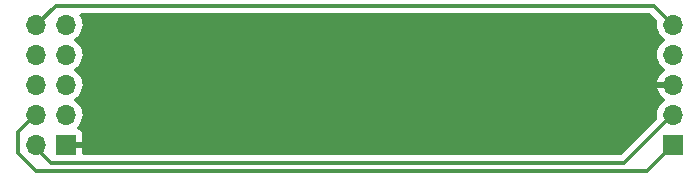
<source format=gbr>
%TF.GenerationSoftware,KiCad,Pcbnew,(6.0.6)*%
%TF.CreationDate,2022-09-07T20:40:28-07:00*%
%TF.ProjectId,SWD_to_v4WF_Cable,5357445f-746f-45f7-9634-57465f436162,rev?*%
%TF.SameCoordinates,Original*%
%TF.FileFunction,Copper,L1,Top*%
%TF.FilePolarity,Positive*%
%FSLAX46Y46*%
G04 Gerber Fmt 4.6, Leading zero omitted, Abs format (unit mm)*
G04 Created by KiCad (PCBNEW (6.0.6)) date 2022-09-07 20:40:28*
%MOMM*%
%LPD*%
G01*
G04 APERTURE LIST*
%TA.AperFunction,ComponentPad*%
%ADD10R,1.700000X1.700000*%
%TD*%
%TA.AperFunction,ComponentPad*%
%ADD11O,1.700000X1.700000*%
%TD*%
%TA.AperFunction,Conductor*%
%ADD12C,0.304800*%
%TD*%
G04 APERTURE END LIST*
D10*
%TO.P,J2,1,Pin_1*%
%TO.N,+1V8*%
X132250000Y-64425000D03*
D11*
%TO.P,J2,2,Pin_2*%
%TO.N,/SWDIO*%
X129710000Y-64425000D03*
%TO.P,J2,3,Pin_3*%
%TO.N,GND*%
X132250000Y-61885000D03*
%TO.P,J2,4,Pin_4*%
%TO.N,/SWDCLK*%
X129710000Y-61885000D03*
%TO.P,J2,5,Pin_5*%
%TO.N,GND*%
X132250000Y-59345000D03*
%TO.P,J2,6,Pin_6*%
%TO.N,unconnected-(J2-Pad6)*%
X129710000Y-59345000D03*
%TO.P,J2,7,Pin_7*%
%TO.N,unconnected-(J2-Pad7)*%
X132250000Y-56805000D03*
%TO.P,J2,8,Pin_8*%
%TO.N,unconnected-(J2-Pad8)*%
X129710000Y-56805000D03*
%TO.P,J2,9,Pin_9*%
%TO.N,GND*%
X132250000Y-54265000D03*
%TO.P,J2,10,Pin_10*%
%TO.N,/nRST*%
X129710000Y-54265000D03*
%TD*%
D10*
%TO.P,J1,1,Pin_1*%
%TO.N,/SWDCLK*%
X183600000Y-64425000D03*
D11*
%TO.P,J1,2,Pin_2*%
%TO.N,/SWDIO*%
X183600000Y-61885000D03*
%TO.P,J1,3,Pin_3*%
%TO.N,+1V8*%
X183600000Y-59345000D03*
%TO.P,J1,4,Pin_4*%
%TO.N,GND*%
X183600000Y-56805000D03*
%TO.P,J1,5,Pin_5*%
%TO.N,/nRST*%
X183600000Y-54265000D03*
%TD*%
D12*
%TO.N,/SWDCLK*%
X128190800Y-65108200D02*
X129714800Y-66632200D01*
X129710000Y-61885000D02*
X129610600Y-61885000D01*
X128190800Y-63304800D02*
X128190800Y-65108200D01*
X181392800Y-66632200D02*
X183600000Y-64425000D01*
X129714800Y-66632200D02*
X181392800Y-66632200D01*
X129610600Y-61885000D02*
X128190800Y-63304800D01*
%TO.N,/SWDIO*%
X130938500Y-65921000D02*
X179498800Y-65921000D01*
X129710000Y-64425000D02*
X129710000Y-64692500D01*
X183534800Y-61885000D02*
X183600000Y-61885000D01*
X179498800Y-65921000D02*
X183534800Y-61885000D01*
X129710000Y-64692500D02*
X130938500Y-65921000D01*
%TO.N,/nRST*%
X129710000Y-54265000D02*
X131338200Y-52636800D01*
X131338200Y-52636800D02*
X181971800Y-52636800D01*
X181971800Y-52636800D02*
X183600000Y-54265000D01*
%TD*%
%TA.AperFunction,Conductor*%
%TO.N,+1V8*%
G36*
X181713977Y-53317702D02*
G01*
X181734951Y-53334605D01*
X182241364Y-53841018D01*
X182275390Y-53903330D01*
X182273687Y-53963782D01*
X182260989Y-54009570D01*
X182237251Y-54231695D01*
X182237548Y-54236848D01*
X182237548Y-54236851D01*
X182243011Y-54331590D01*
X182250110Y-54454715D01*
X182251247Y-54459761D01*
X182251248Y-54459767D01*
X182271119Y-54547939D01*
X182299222Y-54672639D01*
X182383266Y-54879616D01*
X182434019Y-54962438D01*
X182497291Y-55065688D01*
X182499987Y-55070088D01*
X182646250Y-55238938D01*
X182818126Y-55381632D01*
X182888595Y-55422811D01*
X182891445Y-55424476D01*
X182940169Y-55476114D01*
X182953240Y-55545897D01*
X182926509Y-55611669D01*
X182886055Y-55645027D01*
X182873607Y-55651507D01*
X182869474Y-55654610D01*
X182869471Y-55654612D01*
X182845247Y-55672800D01*
X182694965Y-55785635D01*
X182540629Y-55947138D01*
X182414743Y-56131680D01*
X182399003Y-56165589D01*
X182328449Y-56317586D01*
X182320688Y-56334305D01*
X182260989Y-56549570D01*
X182237251Y-56771695D01*
X182237548Y-56776848D01*
X182237548Y-56776851D01*
X182243011Y-56871590D01*
X182250110Y-56994715D01*
X182251247Y-56999761D01*
X182251248Y-56999767D01*
X182271119Y-57087939D01*
X182299222Y-57212639D01*
X182383266Y-57419616D01*
X182434019Y-57502438D01*
X182497291Y-57605688D01*
X182499987Y-57610088D01*
X182646250Y-57778938D01*
X182818126Y-57921632D01*
X182891445Y-57964476D01*
X182891955Y-57964774D01*
X182940679Y-58016412D01*
X182953750Y-58086195D01*
X182927019Y-58151967D01*
X182886562Y-58185327D01*
X182878457Y-58189546D01*
X182869738Y-58195036D01*
X182699433Y-58322905D01*
X182691726Y-58329748D01*
X182544590Y-58483717D01*
X182538104Y-58491727D01*
X182418098Y-58667649D01*
X182413000Y-58676623D01*
X182323338Y-58869783D01*
X182319775Y-58879470D01*
X182264389Y-59079183D01*
X182265912Y-59087607D01*
X182278292Y-59091000D01*
X183728000Y-59091000D01*
X183796121Y-59111002D01*
X183842614Y-59164658D01*
X183854000Y-59217000D01*
X183854000Y-59473000D01*
X183833998Y-59541121D01*
X183780342Y-59587614D01*
X183728000Y-59599000D01*
X182283225Y-59599000D01*
X182269694Y-59602973D01*
X182268257Y-59612966D01*
X182298565Y-59747446D01*
X182301645Y-59757275D01*
X182381770Y-59954603D01*
X182386413Y-59963794D01*
X182497694Y-60145388D01*
X182503777Y-60153699D01*
X182643213Y-60314667D01*
X182650580Y-60321883D01*
X182814434Y-60457916D01*
X182822881Y-60463831D01*
X182891969Y-60504203D01*
X182940693Y-60555842D01*
X182953764Y-60625625D01*
X182927033Y-60691396D01*
X182886584Y-60724752D01*
X182873607Y-60731507D01*
X182869474Y-60734610D01*
X182869471Y-60734612D01*
X182845247Y-60752800D01*
X182694965Y-60865635D01*
X182540629Y-61027138D01*
X182414743Y-61211680D01*
X182399003Y-61245589D01*
X182328449Y-61397586D01*
X182320688Y-61414305D01*
X182260989Y-61629570D01*
X182237251Y-61851695D01*
X182237548Y-61856848D01*
X182237548Y-61856851D01*
X182243011Y-61951590D01*
X182250110Y-62074715D01*
X182264336Y-62137838D01*
X182259800Y-62208687D01*
X182230514Y-62254633D01*
X179261952Y-65223195D01*
X179199640Y-65257221D01*
X179172857Y-65260100D01*
X133734000Y-65260100D01*
X133665879Y-65240098D01*
X133619386Y-65186442D01*
X133608000Y-65134100D01*
X133608000Y-64697115D01*
X133603525Y-64681876D01*
X133602135Y-64680671D01*
X133594452Y-64679000D01*
X132122000Y-64679000D01*
X132053879Y-64658998D01*
X132007386Y-64605342D01*
X131996000Y-64553000D01*
X131996000Y-64297000D01*
X132016002Y-64228879D01*
X132069658Y-64182386D01*
X132122000Y-64171000D01*
X133589884Y-64171000D01*
X133605123Y-64166525D01*
X133606328Y-64165135D01*
X133607999Y-64157452D01*
X133607999Y-63530331D01*
X133607629Y-63523510D01*
X133602105Y-63472648D01*
X133598479Y-63457396D01*
X133553324Y-63336946D01*
X133544786Y-63321351D01*
X133468285Y-63219276D01*
X133455724Y-63206715D01*
X133353649Y-63130214D01*
X133338054Y-63121676D01*
X133227813Y-63080348D01*
X133171049Y-63037706D01*
X133146349Y-62971145D01*
X133161557Y-62901796D01*
X133183104Y-62873115D01*
X133284430Y-62772144D01*
X133284440Y-62772132D01*
X133288096Y-62768489D01*
X133418453Y-62587077D01*
X133439320Y-62544857D01*
X133515136Y-62391453D01*
X133515137Y-62391451D01*
X133517430Y-62386811D01*
X133582370Y-62173069D01*
X133611529Y-61951590D01*
X133613156Y-61885000D01*
X133594852Y-61662361D01*
X133540431Y-61445702D01*
X133451354Y-61240840D01*
X133330014Y-61053277D01*
X133179670Y-60888051D01*
X133175619Y-60884852D01*
X133175615Y-60884848D01*
X133008414Y-60752800D01*
X133008410Y-60752798D01*
X133004359Y-60749598D01*
X132963053Y-60726796D01*
X132913084Y-60676364D01*
X132898312Y-60606921D01*
X132923428Y-60540516D01*
X132950780Y-60513909D01*
X132994603Y-60482650D01*
X133129860Y-60386173D01*
X133288096Y-60228489D01*
X133347594Y-60145689D01*
X133415435Y-60051277D01*
X133418453Y-60047077D01*
X133439320Y-60004857D01*
X133515136Y-59851453D01*
X133515137Y-59851451D01*
X133517430Y-59846811D01*
X133582370Y-59633069D01*
X133611529Y-59411590D01*
X133613156Y-59345000D01*
X133594852Y-59122361D01*
X133540431Y-58905702D01*
X133451354Y-58700840D01*
X133330014Y-58513277D01*
X133179670Y-58348051D01*
X133175619Y-58344852D01*
X133175615Y-58344848D01*
X133008414Y-58212800D01*
X133008410Y-58212798D01*
X133004359Y-58209598D01*
X132963053Y-58186796D01*
X132913084Y-58136364D01*
X132898312Y-58066921D01*
X132923428Y-58000516D01*
X132950780Y-57973909D01*
X132994603Y-57942650D01*
X133129860Y-57846173D01*
X133288096Y-57688489D01*
X133347594Y-57605689D01*
X133415435Y-57511277D01*
X133418453Y-57507077D01*
X133439320Y-57464857D01*
X133515136Y-57311453D01*
X133515137Y-57311451D01*
X133517430Y-57306811D01*
X133582370Y-57093069D01*
X133611529Y-56871590D01*
X133613156Y-56805000D01*
X133594852Y-56582361D01*
X133540431Y-56365702D01*
X133451354Y-56160840D01*
X133330014Y-55973277D01*
X133179670Y-55808051D01*
X133175619Y-55804852D01*
X133175615Y-55804848D01*
X133008414Y-55672800D01*
X133008410Y-55672798D01*
X133004359Y-55669598D01*
X132963053Y-55646796D01*
X132913084Y-55596364D01*
X132898312Y-55526921D01*
X132923428Y-55460516D01*
X132950780Y-55433909D01*
X132994603Y-55402650D01*
X133129860Y-55306173D01*
X133288096Y-55148489D01*
X133347594Y-55065689D01*
X133415435Y-54971277D01*
X133418453Y-54967077D01*
X133439320Y-54924857D01*
X133515136Y-54771453D01*
X133515137Y-54771451D01*
X133517430Y-54766811D01*
X133582370Y-54553069D01*
X133611529Y-54331590D01*
X133613156Y-54265000D01*
X133594852Y-54042361D01*
X133540431Y-53825702D01*
X133451354Y-53620840D01*
X133368094Y-53492139D01*
X133347887Y-53424080D01*
X133367683Y-53355899D01*
X133421198Y-53309245D01*
X133473886Y-53297700D01*
X181645856Y-53297700D01*
X181713977Y-53317702D01*
G37*
%TD.AperFunction*%
%TD*%
M02*

</source>
